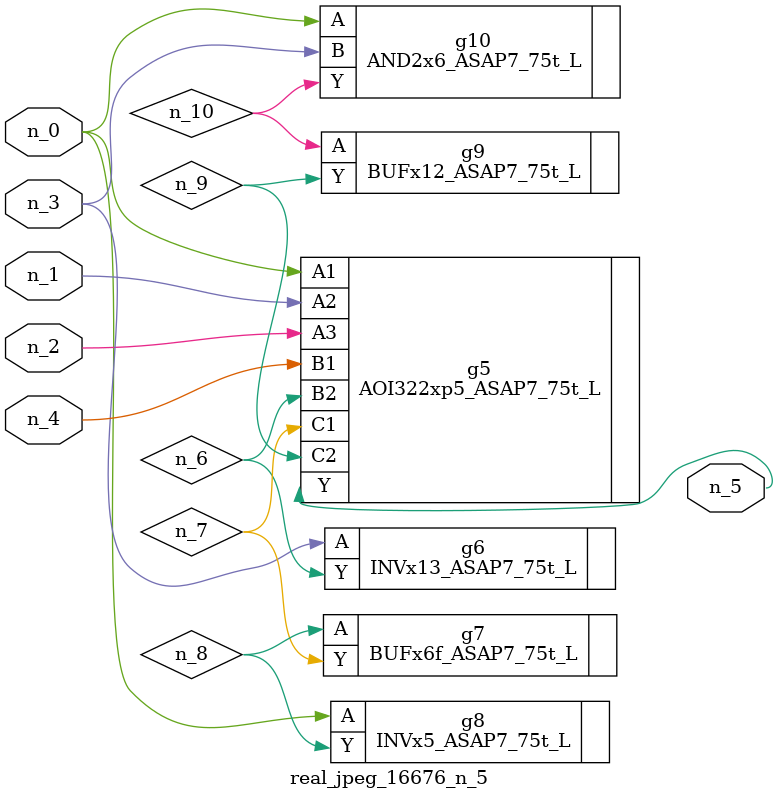
<source format=v>
module real_jpeg_16676_n_5 (n_4, n_0, n_1, n_2, n_3, n_5);

input n_4;
input n_0;
input n_1;
input n_2;
input n_3;

output n_5;

wire n_8;
wire n_6;
wire n_7;
wire n_10;
wire n_9;

AOI322xp5_ASAP7_75t_L g5 ( 
.A1(n_0),
.A2(n_1),
.A3(n_2),
.B1(n_4),
.B2(n_6),
.C1(n_7),
.C2(n_9),
.Y(n_5)
);

INVx5_ASAP7_75t_L g8 ( 
.A(n_0),
.Y(n_8)
);

AND2x6_ASAP7_75t_L g10 ( 
.A(n_0),
.B(n_3),
.Y(n_10)
);

INVx13_ASAP7_75t_L g6 ( 
.A(n_3),
.Y(n_6)
);

BUFx6f_ASAP7_75t_L g7 ( 
.A(n_8),
.Y(n_7)
);

BUFx12_ASAP7_75t_L g9 ( 
.A(n_10),
.Y(n_9)
);


endmodule
</source>
